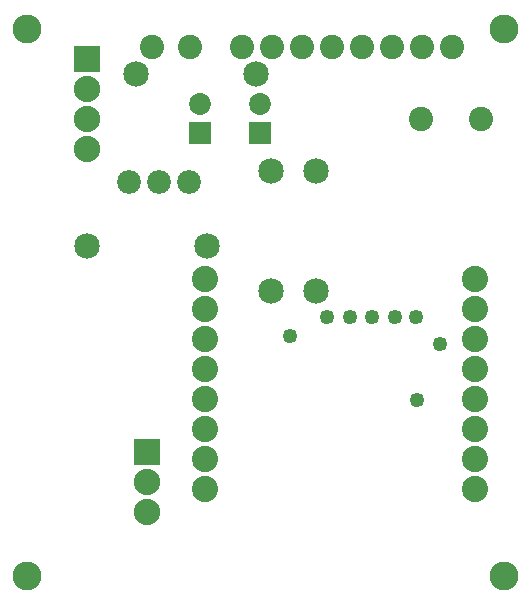
<source format=gts>
G04 MADE WITH FRITZING*
G04 WWW.FRITZING.ORG*
G04 DOUBLE SIDED*
G04 HOLES PLATED*
G04 CONTOUR ON CENTER OF CONTOUR VECTOR*
%ASAXBY*%
%FSLAX23Y23*%
%MOIN*%
%OFA0B0*%
%SFA1.0B1.0*%
%ADD10C,0.049370*%
%ADD11C,0.072992*%
%ADD12C,0.087778*%
%ADD13C,0.096614*%
%ADD14C,0.080866*%
%ADD15C,0.079444*%
%ADD16C,0.088000*%
%ADD17C,0.085000*%
%ADD18R,0.072992X0.072992*%
%ADD19R,0.088000X0.088000*%
%LNMASK1*%
G90*
G70*
G54D10*
X1371Y935D03*
G54D11*
X650Y1550D03*
X650Y1648D03*
X850Y1550D03*
X850Y1648D03*
G54D10*
X1300Y936D03*
X1225Y936D03*
X1150Y936D03*
X1075Y936D03*
G54D12*
X667Y1062D03*
X667Y962D03*
X667Y862D03*
X667Y762D03*
X667Y662D03*
X667Y562D03*
X667Y462D03*
X667Y362D03*
X1567Y362D03*
X1567Y462D03*
X1567Y562D03*
X1567Y662D03*
X1567Y762D03*
X1567Y862D03*
X1567Y962D03*
X1567Y1062D03*
G54D13*
X1663Y73D03*
X75Y1898D03*
X75Y73D03*
X1663Y1898D03*
G54D14*
X617Y1837D03*
X492Y1837D03*
G54D15*
X413Y1386D03*
X513Y1386D03*
X613Y1386D03*
G54D16*
X275Y1798D03*
X275Y1698D03*
X275Y1598D03*
X275Y1498D03*
X475Y486D03*
X475Y386D03*
X475Y286D03*
G54D10*
X950Y873D03*
G54D14*
X1192Y1837D03*
X1392Y1837D03*
X1388Y1598D03*
X1292Y1837D03*
X1092Y1837D03*
X892Y1836D03*
X992Y1837D03*
X792Y1837D03*
X1588Y1598D03*
X1492Y1837D03*
G54D17*
X275Y1173D03*
X675Y1173D03*
X888Y1023D03*
X888Y1423D03*
X1038Y1023D03*
X1038Y1423D03*
X438Y1748D03*
X838Y1748D03*
G54D10*
X1375Y661D03*
X1450Y848D03*
G54D18*
X650Y1550D03*
X850Y1550D03*
G54D19*
X275Y1798D03*
X475Y486D03*
G04 End of Mask1*
M02*
</source>
